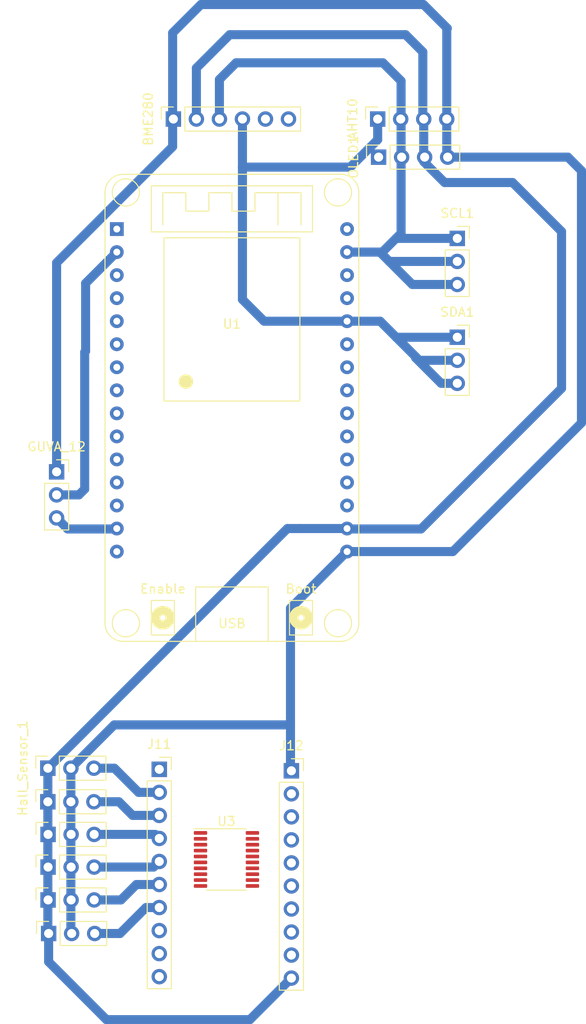
<source format=kicad_pcb>
(kicad_pcb (version 20221018) (generator pcbnew)
  (layers (0 "F.Cu" signal) (31 "B.Cu" signal) (34 "B.Paste" user) (35 "F.Paste" user) (36 "B.SilkS" user "B.Silkscreen") (37 "F.SilkS" user "F.Silkscreen") (38 "B.Mask" user) (39 "F.Mask" user) (44 "Edge.Cuts" user))
  (net 0 "")
  (net 24 "Net-(J11-Pin_8)")
  (net 25 "Net-(J11-Pin_9)")
  (net 26 "Net-(J11-Pin_10)")
  (net 27 "Net-(J12-Pin_2)")
  (net 28 "Net-(J12-Pin_3)")
  (net 29 "Net-(J12-Pin_4)")
  (net 30 "Net-(J12-Pin_5)")
  (net 31 "Net-(J12-Pin_6)")
  (net 32 "Net-(J12-Pin_7)")
  (net 33 "Net-(J12-Pin_8)")
  (net 34 "Net-(J12-Pin_9)")
  (net 37 "+3.3V")
  (net 38 "GNDREF")
  (net 39 "Net-(AHT10-Pin_2)")
  (net 40 "Net-(AHT10-Pin_1)")
  (net 41 "Net-(GUVA_12-Pin_2)")
  (net 42 "Net-(Hall_Sensor_1-Pin_3)")
  (net 43 "Net-(Hall_Sensor_2-Pin_3)")
  (net 44 "Net-(Hall_Sensor_3-Pin_3)")
  (net 45 "Net-(Hall_Sensor_4-Pin_3)")
  (net 46 "Net-(Hall_Sensor_5-Pin_3)")
  (net 47 "Net-(Hall_Sensor_6-Pin_3)")
  (net 48 "+5V")
  (footprint "Connector_PinSocket_2.54mm:PinSocket_1x03_P2.54mm_Vertical" (layer "F.Cu") (at 83.86 154.775 90)
    (fp_text reference "Hall_Sensor_4" hide)
    (fp_text value "Conn_01x03_Pin" hide)
    (fp_line (start -1.33 1.27) (end -1.33 6.41) (stroke (width 0.12)) (layer "F.SilkS"))
    (fp_line (start -1.33 1.27) (end 1.33 1.27) (stroke (width 0.12)) (layer "F.SilkS"))
    (fp_line (start -1.33 6.41) (end 1.33 6.41) (stroke (width 0.12)) (layer "F.SilkS"))
    (fp_line (start 0 -1.33) (end 1.33 -1.33) (stroke (width 0.12)) (layer "F.SilkS"))
    (fp_line (start 1.33 -1.33) (end 1.33 0) (stroke (width 0.12)) (layer "F.SilkS"))
    (fp_line (start 1.33 1.27) (end 1.33 6.41) (stroke (width 0.12)) (layer "F.SilkS"))
    (pad "1" thru_hole rect (at 0 0 90) (size 1.7 1.7) (drill 1) (layers "*.Cu" "*.Mask") (net 38 "GNDREF"))
    (pad "2" thru_hole oval (at 0 2.54 90) (size 1.7 1.7) (drill 1) (layers "*.Cu" "*.Mask") (net 37 "+3.3V"))
    (pad "3" thru_hole oval (at 0 5.08 90) (size 1.7 1.7) (drill 1) (layers "*.Cu" "*.Mask") (net 45 "Net-(Hall_Sensor_4-Pin_3)"))
  )
  (footprint "Connector_PinSocket_2.54mm:PinSocket_1x03_P2.54mm_Vertical" (layer "F.Cu") (at 83.86 151.175 90)
    (fp_text reference "Hall_Sensor_3" hide)
    (fp_text value "Conn_01x03_Pin" hide)
    (fp_line (start -1.33 1.27) (end -1.33 6.41) (stroke (width 0.12)) (layer "F.SilkS"))
    (fp_line (start -1.33 1.27) (end 1.33 1.27) (stroke (width 0.12)) (layer "F.SilkS"))
    (fp_line (start -1.33 6.41) (end 1.33 6.41) (stroke (width 0.12)) (layer "F.SilkS"))
    (fp_line (start 0 -1.33) (end 1.33 -1.33) (stroke (width 0.12)) (layer "F.SilkS"))
    (fp_line (start 1.33 -1.33) (end 1.33 0) (stroke (width 0.12)) (layer "F.SilkS"))
    (fp_line (start 1.33 1.27) (end 1.33 6.41) (stroke (width 0.12)) (layer "F.SilkS"))
    (pad "1" thru_hole rect (at 0 0 90) (size 1.7 1.7) (drill 1) (layers "*.Cu" "*.Mask") (net 38 "GNDREF"))
    (pad "2" thru_hole oval (at 0 2.54 90) (size 1.7 1.7) (drill 1) (layers "*.Cu" "*.Mask") (net 37 "+3.3V"))
    (pad "3" thru_hole oval (at 0 5.08 90) (size 1.7 1.7) (drill 1) (layers "*.Cu" "*.Mask") (net 44 "Net-(Hall_Sensor_3-Pin_3)"))
  )
  (footprint "Connector_PinSocket_2.54mm:PinSocket_1x03_P2.54mm_Vertical" (layer "F.Cu") (at 83.835 143.875 90)
    (fp_text reference "Hall_Sensor_1" (at 0 -2.77 90) (layer "F.SilkS"))
    (fp_text value "Conn_01x03_Pin" hide)
    (fp_line (start -1.33 1.27) (end -1.33 6.41) (stroke (width 0.12)) (layer "F.SilkS"))
    (fp_line (start -1.33 1.27) (end 1.33 1.27) (stroke (width 0.12)) (layer "F.SilkS"))
    (fp_line (start -1.33 6.41) (end 1.33 6.41) (stroke (width 0.12)) (layer "F.SilkS"))
    (fp_line (start 0 -1.33) (end 1.33 -1.33) (stroke (width 0.12)) (layer "F.SilkS"))
    (fp_line (start 1.33 -1.33) (end 1.33 0) (stroke (width 0.12)) (layer "F.SilkS"))
    (fp_line (start 1.33 1.27) (end 1.33 6.41) (stroke (width 0.12)) (layer "F.SilkS"))
    (pad "1" thru_hole rect (at 0 0 90) (size 1.7 1.7) (drill 1) (layers "*.Cu" "*.Mask") (net 38 "GNDREF"))
    (pad "2" thru_hole oval (at 0 2.54 90) (size 1.7 1.7) (drill 1) (layers "*.Cu" "*.Mask") (net 37 "+3.3V"))
    (pad "3" thru_hole oval (at 0 5.08 90) (size 1.7 1.7) (drill 1) (layers "*.Cu" "*.Mask") (net 42 "Net-(Hall_Sensor_1-Pin_3)"))
  )
  (footprint "Connector_PinSocket_2.54mm:PinSocket_1x06_P2.54mm_Vertical" (layer "F.Cu") (at 97.68 72.3 90)
    (fp_text reference "BME280" (at 0 -2.77 90) (layer "F.SilkS"))
    (fp_text value "Conn_01x06_Pin")
    (fp_line (start -1.33 1.27) (end -1.33 14.03) (stroke (width 0.12)) (layer "F.SilkS"))
    (fp_line (start -1.33 1.27) (end 1.33 1.27) (stroke (width 0.12)) (layer "F.SilkS"))
    (fp_line (start -1.33 14.03) (end 1.33 14.03) (stroke (width 0.12)) (layer "F.SilkS"))
    (fp_line (start 0 -1.33) (end 1.33 -1.33) (stroke (width 0.12)) (layer "F.SilkS"))
    (fp_line (start 1.33 -1.33) (end 1.33 0) (stroke (width 0.12)) (layer "F.SilkS"))
    (fp_line (start 1.33 1.27) (end 1.33 14.03) (stroke (width 0.12)) (layer "F.SilkS"))
    (pad "1" thru_hole rect (at 0 0 90) (size 1.7 1.7) (drill 1) (layers "*.Cu" "*.Mask") (net 37 "+3.3V"))
    (pad "2" thru_hole oval (at 0 2.54 90) (size 1.7 1.7) (drill 1) (layers "*.Cu" "*.Mask") (net 38 "GNDREF"))
    (pad "3" thru_hole oval (at 0 5.08 90) (size 1.7 1.7) (drill 1) (layers "*.Cu" "*.Mask") (net 39 "Net-(AHT10-Pin_2)"))
    (pad "4" thru_hole oval (at 0 7.62 90) (size 1.7 1.7) (drill 1) (layers "*.Cu" "*.Mask") (net 40 "Net-(AHT10-Pin_1)"))
    (pad "5" thru_hole oval (at 0 10.16 90) (size 1.7 1.7) (drill 1) (layers "*.Cu" "*.Mask"))
    (pad "6" thru_hole oval (at 0 12.7 90) (size 1.7 1.7) (drill 1) (layers "*.Cu" "*.Mask"))
  )
  (footprint "Connector_PinSocket_2.54mm:PinSocket_1x03_P2.54mm_Vertical" (layer "F.Cu") (at 83.92 162.1 90)
    (fp_text reference "Hall_Sensor_6" hide)
    (fp_text value "Conn_01x03_Pin" hide)
    (fp_line (start -1.33 1.27) (end -1.33 6.41) (stroke (width 0.12)) (layer "F.SilkS"))
    (fp_line (start -1.33 1.27) (end 1.33 1.27) (stroke (width 0.12)) (layer "F.SilkS"))
    (fp_line (start -1.33 6.41) (end 1.33 6.41) (stroke (width 0.12)) (layer "F.SilkS"))
    (fp_line (start 0 -1.33) (end 1.33 -1.33) (stroke (width 0.12)) (layer "F.SilkS"))
    (fp_line (start 1.33 -1.33) (end 1.33 0) (stroke (width 0.12)) (layer "F.SilkS"))
    (fp_line (start 1.33 1.27) (end 1.33 6.41) (stroke (width 0.12)) (layer "F.SilkS"))
    (pad "1" thru_hole rect (at 0 0 90) (size 1.7 1.7) (drill 1) (layers "*.Cu" "*.Mask") (net 38 "GNDREF"))
    (pad "2" thru_hole oval (at 0 2.54 90) (size 1.7 1.7) (drill 1) (layers "*.Cu" "*.Mask") (net 37 "+3.3V"))
    (pad "3" thru_hole oval (at 0 5.08 90) (size 1.7 1.7) (drill 1) (layers "*.Cu" "*.Mask") (net 47 "Net-(Hall_Sensor_6-Pin_3)"))
  )
  (footprint "esp32_devkit_v1_doit:esp32_devkit_v1_doit" (layer "F.Cu") (at 104.14 84.43)
    (fp_text reference "U1" (at 0 10.47) (layer "F.SilkS"))
    (fp_text value "ESP32_DevKit_V1_DOIT")
    (fp_text user "Boot" (at 7.62 39.68) (layer "F.SilkS"))
    (fp_text user "USB" (at 0 43.49) (layer "F.SilkS"))
    (fp_text user "Enable" (at -7.62 39.68) (layer "F.SilkS"))
    (fp_line (start -14 -4.04) (end -14 43.46) (stroke (width 0.12)) (layer "F.SilkS"))
    (fp_line (start -12 -6.04) (end 12 -6.04) (stroke (width 0.12)) (layer "F.SilkS"))
    (fp_line (start -12 45.46) (end 12 45.46) (stroke (width 0.12)) (layer "F.SilkS"))
    (fp_line (start -8.89 -4.77) (end 8.89 -4.77) (stroke (width 0.12)) (layer "F.SilkS"))
    (fp_line (start -8.89 0.31) (end -8.89 -4.77) (stroke (width 0.12)) (layer "F.SilkS"))
    (fp_line (start -8.89 40.95) (end -6.35 40.95) (stroke (width 0.12)) (layer "F.SilkS"))
    (fp_line (start -8.89 44.76) (end -8.89 40.95) (stroke (width 0.12)) (layer "F.SilkS"))
    (fp_line (start -7.62 -4.008) (end -5.08 -4.008) (stroke (width 0.12)) (layer "F.SilkS"))
    (fp_line (start -7.62 -0.452) (end -7.62 -4.008) (stroke (width 0.12)) (layer "F.SilkS"))
    (fp_line (start -7.5 0.96) (end 7.5 0.96) (stroke (width 0.12)) (layer "F.SilkS"))
    (fp_line (start -7.5 18.96) (end -7.5 0.96) (stroke (width 0.12)) (layer "F.SilkS"))
    (fp_line (start -6.35 40.95) (end -6.35 44.76) (stroke (width 0.12)) (layer "F.SilkS"))
    (fp_line (start -6.35 44.76) (end -8.89 44.76) (stroke (width 0.12)) (layer "F.SilkS"))
    (fp_line (start -5.08 -4.008) (end -5.08 -1.976) (stroke (width 0.12)) (layer "F.SilkS"))
    (fp_line (start -5.08 -1.976) (end -2.54 -1.976) (stroke (width 0.12)) (layer "F.SilkS"))
    (fp_line (start -4 39.46) (end -4 45.46) (stroke (width 0.12)) (layer "F.SilkS"))
    (fp_line (start -4 39.46) (end 4 39.46) (stroke (width 0.12)) (layer "F.SilkS"))
    (fp_line (start -2.54 -4.008) (end 0 -4.008) (stroke (width 0.12)) (layer "F.SilkS"))
    (fp_line (start -2.54 -1.976) (end -2.54 -4.008) (stroke (width 0.12)) (layer "F.SilkS"))
    (fp_line (start 0 -4.008) (end 0 -1.976) (stroke (width 0.12)) (layer "F.SilkS"))
    (fp_line (start 0 -1.976) (end 2.54 -1.976) (stroke (width 0.12)) (layer "F.SilkS"))
    (fp_line (start 2.54 -4.008) (end 7.62 -4.008) (stroke (width 0.12)) (layer "F.SilkS"))
    (fp_line (start 2.54 -1.976) (end 2.54 -4.008) (stroke (width 0.12)) (layer "F.SilkS"))
    (fp_line (start 4 39.46) (end 4 45.46) (stroke (width 0.12)) (layer "F.SilkS"))
    (fp_line (start 5.08 -4.008) (end 5.08 -0.452) (stroke (width 0.12)) (layer "F.SilkS"))
    (fp_line (start 6.35 40.95) (end 8.89 40.95) (stroke (width 0.12)) (layer "F.SilkS"))
    (fp_line (start 6.35 44.76) (end 6.35 40.95) (stroke (width 0.12)) (layer "F.SilkS"))
    (fp_line (start 7.5 0.96) (end 7.5 18.96) (stroke (width 0.12)) (layer "F.SilkS"))
    (fp_line (start 7.5 18.96) (end -7.5 18.96) (stroke (width 0.12)) (layer "F.SilkS"))
    (fp_line (start 7.62 -4.008) (end 7.62 -0.452) (stroke (width 0.12)) (layer "F.SilkS"))
    (fp_line (start 8.89 -4.77) (end 8.89 0.31) (stroke (width 0.12)) (layer "F.SilkS"))
    (fp_line (start 8.89 0.31) (end -8.89 0.31) (stroke (width 0.12)) (layer "F.SilkS"))
    (fp_line (start 8.89 40.95) (end 8.89 44.76) (stroke (width 0.12)) (layer "F.SilkS"))
    (fp_line (start 8.89 44.76) (end 6.35 44.76) (stroke (width 0.12)) (layer "F.SilkS"))
    (fp_line (start 14 43.46) (end 14 -4.04) (stroke (width 0.12)) (layer "F.SilkS"))
    (fp_arc (start -14 -4.04) (mid -13.414214 -5.454214) (end -12 -6.04) (stroke (width 0.12)) (layer "F.SilkS"))
    (fp_arc (start -12 45.46) (mid -13.414214 44.874214) (end -14 43.46) (stroke (width 0.12)) (layer "F.SilkS"))
    (fp_arc (start 12 -6.04) (mid 13.414214 -5.454214) (end 14 -4.04) (stroke (width 0.12)) (layer "F.SilkS"))
    (fp_arc (start 14 43.46) (mid 13.414214 44.874214) (end 12 45.46) (stroke (width 0.12)) (layer "F.SilkS"))
    (fp_circle (center -11.7 -4.04) (end -10.2 -4.04) (stroke (width 0.12)) (fill none) (layer "F.SilkS"))
    (fp_circle (center -11.7 43.46) (end -10.2 43.46) (stroke (width 0.12)) (fill none) (layer "F.SilkS"))
    (fp_circle (center -7.62 42.855) (end -7.32 42.855) (stroke (width 1)) (fill none) (layer "F.SilkS"))
    (fp_circle (center -5.08 16.82) (end -4.68 16.82) (stroke (width 0.8)) (fill none) (layer "F.SilkS"))
    (fp_circle (center 7.62 42.855) (end 7.92 42.855) (stroke (width 1)) (fill none) (layer "F.SilkS"))
    (fp_circle (center 11.7 -4.04) (end 13.2 -4.04) (stroke (width 0.12)) (fill none) (layer "F.SilkS"))
    (fp_circle (center 11.7 43.46) (end 13.2 43.46) (stroke (width 0.12)) (fill none) (layer "F.SilkS"))
    (pad "1" thru_hole rect (at -12.7 0) (size 1.524 1.524) (drill 0.762) (layers "*.Cu" "*.Mask"))
    (pad "2" thru_hole circle (at -12.7 2.54) (size 1.524 1.524) (drill 0.762) (layers "*.Cu" "*.Mask") (net 41 "Net-(GUVA_12-Pin_2)"))
    (pad "3" thru_hole circle (at -12.7 5.08) (size 1.524 1.524) (drill 0.762) (layers "*.Cu" "*.Mask"))
    (pad "4" thru_hole circle (at -12.7 7.62) (size 1.524 1.524) (drill 0.762) (layers "*.Cu" "*.Mask"))
    (pad "5" thru_hole circle (at -12.7 10.16) (size 1.524 1.524) (drill 0.762) (layers "*.Cu" "*.Mask"))
    (pad "6" thru_hole circle (at -12.7 12.7) (size 1.524 1.524) (drill 0.762) (layers "*.Cu" "*.Mask"))
    (pad "7" thru_hole circle (at -12.7 15.24) (size 1.524 1.524) (drill 0.762) (layers "*.Cu" "*.Mask"))
    (pad "8" thru_hole circle (at -12.7 17.78) (size 1.524 1.524) (drill 0.762) (layers "*.Cu" "*.Mask"))
    (pad "9" thru_hole circle (at -12.7 20.32) (size 1.524 1.524) (drill 0.762) (layers "*.Cu" "*.Mask"))
    (pad "10" thru_hole circle (at -12.7 22.86) (size 1.524 1.524) (drill 0.762) (layers "*.Cu" "*.Mask"))
    (pad "11" thru_hole circle (at -12.7 25.4) (size 1.524 1.524) (drill 0.762) (layers "*.Cu" "*.Mask"))
    (pad "12" thru_hole circle (at -12.7 27.94) (size 1.524 1.524) (drill 0.762) (layers "*.Cu" "*.Mask"))
    (pad "13" thru_hole circle (at -12.7 30.48) (size 1.524 1.524) (drill 0.762) (layers "*.Cu" "*.Mask"))
    (pad "14" thru_hole circle (at -12.7 33.02) (size 1.524 1.524) (drill 0.762) (layers "*.Cu" "*.Mask") (net 38 "GNDREF"))
    (pad "15" thru_hole circle (at -12.7 35.56) (size 1.524 1.524) (drill 0.762) (layers "*.Cu" "*.Mask") (net 48 "+5V"))
    (pad "16" thru_hole circle (at 12.7 35.56) (size 1.524 1.524) (drill 0.762) (layers "*.Cu" "*.Mask") (net 37 "+3.3V"))
    (pad "17" thru_hole circle (at 12.7 33.02) (size 1.524 1.524) (drill 0.762) (layers "*.Cu" "*.Mask") (net 38 "GNDREF"))
    (pad "18" thru_hole circle (at 12.7 30.48) (size 1.524 1.524) (drill 0.762) (layers "*.Cu" "*.Mask"))
    (pad "19" thru_hole circle (at 12.7 27.94) (size 1.524 1.524) (drill 0.762) (layers "*.Cu" "*.Mask"))
    (pad "20" thru_hole circle (at 12.7 25.4) (size 1.524 1.524) (drill 0.762) (layers "*.Cu" "*.Mask"))
    (pad "21" thru_hole circle (at 12.7 22.86) (size 1.524 1.524) (drill 0.762) (layers "*.Cu" "*.Mask"))
    (pad "22" thru_hole circle (at 12.7 20.32) (size 1.524 1.524) (drill 0.762) (layers "*.Cu" "*.Mask"))
    (pad "23" thru_hole circle (at 12.7 17.78) (size 1.524 1.524) (drill 0.762) (layers "*.Cu" "*.Mask"))
    (pad "24" thru_hole circle (at 12.7 15.24) (size 1.524 1.524) (drill 0.762) (layers "*.Cu" "*.Mask"))
    (pad "25" thru_hole circle (at 12.7 12.7) (size 1.524 1.524) (drill 0.762) (layers "*.Cu" "*.Mask"))
    (pad "26" thru_hole circle (at 12.7 10.16) (size 1.524 1.524) (drill 0.762) (layers "*.Cu" "*.Mask") (net 40 "Net-(AHT10-Pin_1)"))
    (pad "27" thru_hole circle (at 12.7 7.62) (size 1.524 1.524) (drill 0.762) (layers "*.Cu" "*.Mask"))
    (pad "28" thru_hole circle (at 12.7 5.08) (size 1.524 1.524) (drill 0.762) (layers "*.Cu" "*.Mask"))
    (pad "29" thru_hole circle (at 12.7 2.54) (size 1.524 1.524) (drill 0.762) (layers "*.Cu" "*.Mask") (net 39 "Net-(AHT10-Pin_2)"))
    (pad "30" thru_hole circle (at 12.7 0) (size 1.524 1.524) (drill 0.762) (layers "*.Cu" "*.Mask"))
  )
  (footprint "Connector_PinSocket_2.54mm:PinSocket_1x10_P2.54mm_Vertical" (layer "F.Cu") (at 110.7 144.16)
    (fp_text reference "J12" (at 0 -2.77) (layer "F.SilkS"))
    (fp_text value "Conn_01x10_Pin")
    (fp_line (start -1.33 1.27) (end -1.33 24.19) (stroke (width 0.12)) (layer "F.SilkS"))
    (fp_line (start -1.33 1.27) (end 1.33 1.27) (stroke (width 0.12)) (layer "F.SilkS"))
    (fp_line (start -1.33 24.19) (end 1.33 24.19) (stroke (width 0.12)) (layer "F.SilkS"))
    (fp_line (start 0 -1.33) (end 1.33 -1.33) (stroke (width 0.12)) (layer "F.SilkS"))
    (fp_line (start 1.33 -1.33) (end 1.33 0) (stroke (width 0.12)) (layer "F.SilkS"))
    (fp_line (start 1.33 1.27) (end 1.33 24.19) (stroke (width 0.12)) (layer "F.SilkS"))
    (pad "1" thru_hole rect (at 0 0) (size 1.7 1.7) (drill 1) (layers "*.Cu" "*.Mask") (net 37 "+3.3V"))
    (pad "2" thru_hole oval (at 0 2.54) (size 1.7 1.7) (drill 1) (layers "*.Cu" "*.Mask") (net 27 "Net-(J12-Pin_2)"))
    (pad "3" thru_hole oval (at 0 5.08) (size 1.7 1.7) (drill 1) (layers "*.Cu" "*.Mask") (net 28 "Net-(J12-Pin_3)"))
    (pad "4" thru_hole oval (at 0 7.62) (size 1.7 1.7) (drill 1) (layers "*.Cu" "*.Mask") (net 29 "Net-(J12-Pin_4)"))
    (pad "5" thru_hole oval (at 0 10.16) (size 1.7 1.7) (drill 1) (layers "*.Cu" "*.Mask") (net 30 "Net-(J12-Pin_5)"))
    (pad "6" thru_hole oval (at 0 12.7) (size 1.7 1.7) (drill 1) (layers "*.Cu" "*.Mask") (net 31 "Net-(J12-Pin_6)"))
    (pad "7" thru_hole oval (at 0 15.24) (size 1.7 1.7) (drill 1) (layers "*.Cu" "*.Mask") (net 32 "Net-(J12-Pin_7)"))
    (pad "8" thru_hole oval (at 0 17.78) (size 1.7 1.7) (drill 1) (layers "*.Cu" "*.Mask") (net 33 "Net-(J12-Pin_8)"))
    (pad "9" thru_hole oval (at 0 20.32) (size 1.7 1.7) (drill 1) (layers "*.Cu" "*.Mask") (net 34 "Net-(J12-Pin_9)"))
    (pad "10" thru_hole oval (at 0 22.86) (size 1.7 1.7) (drill 1) (layers "*.Cu" "*.Mask") (net 38 "GNDREF"))
  )
  (footprint "Connector_PinSocket_2.54mm:PinSocket_1x03_P2.54mm_Vertical" (layer "F.Cu") (at 83.835 147.575 90)
    (fp_text reference "Hall_Sensor_2" hide)
    (fp_text value "Conn_01x03_Pin" hide)
    (fp_line (start -1.33 1.27) (end -1.33 6.41) (stroke (width 0.12)) (layer "F.SilkS"))
    (fp_line (start -1.33 1.27) (end 1.33 1.27) (stroke (width 0.12)) (layer "F.SilkS"))
    (fp_line (start -1.33 6.41) (end 1.33 6.41) (stroke (width 0.12)) (layer "F.SilkS"))
    (fp_line (start 0 -1.33) (end 1.33 -1.33) (stroke (width 0.12)) (layer "F.SilkS"))
    (fp_line (start 1.33 -1.33) (end 1.33 0) (stroke (width 0.12)) (layer "F.SilkS"))
    (fp_line (start 1.33 1.27) (end 1.33 6.41) (stroke (width 0.12)) (layer "F.SilkS"))
    (pad "1" thru_hole rect (at 0 0 90) (size 1.7 1.7) (drill 1) (layers "*.Cu" "*.Mask") (net 38 "GNDREF"))
    (pad "2" thru_hole oval (at 0 2.54 90) (size 1.7 1.7) (drill 1) (layers "*.Cu" "*.Mask") (net 37 "+3.3V"))
    (pad "3" thru_hole oval (at 0 5.08 90) (size 1.7 1.7) (drill 1) (layers "*.Cu" "*.Mask") (net 43 "Net-(Hall_Sensor_2-Pin_3)"))
  )
  (footprint "Connector_PinSocket_2.54mm:PinSocket_1x10_P2.54mm_Vertical" (layer "F.Cu") (at 96.125 144)
    (fp_text reference "J11" (at 0 -2.77) (layer "F.SilkS"))
    (fp_text value "Conn_01x10_Pin")
    (fp_line (start -1.33 1.27) (end -1.33 24.19) (stroke (width 0.12)) (layer "F.SilkS"))
    (fp_line (start -1.33 1.27) (end 1.33 1.27) (stroke (width 0.12)) (layer "F.SilkS"))
    (fp_line (start -1.33 24.19) (end 1.33 24.19) (stroke (width 0.12)) (layer "F.SilkS"))
    (fp_line (start 0 -1.33) (end 1.33 -1.33) (stroke (width 0.12)) (layer "F.SilkS"))
    (fp_line (start 1.33 -1.33) (end 1.33 0) (stroke (width 0.12)) (layer "F.SilkS"))
    (fp_line (start 1.33 1.27) (end 1.33 24.19) (stroke (width 0.12)) (layer "F.SilkS"))
    (pad "1" thru_hole rect (at 0 0) (size 1.7 1.7) (drill 1) (layers "*.Cu" "*.Mask") (net 48 "+5V"))
    (pad "2" thru_hole oval (at 0 2.54) (size 1.7 1.7) (drill 1) (layers "*.Cu" "*.Mask") (net 42 "Net-(Hall_Sensor_1-Pin_3)"))
    (pad "3" thru_hole oval (at 0 5.08) (size 1.7 1.7) (drill 1) (layers "*.Cu" "*.Mask") (net 43 "Net-(Hall_Sensor_2-Pin_3)"))
    (pad "4" thru_hole oval (at 0 7.62) (size 1.7 1.7) (drill 1) (layers "*.Cu" "*.Mask") (net 44 "Net-(Hall_Sensor_3-Pin_3)"))
    (pad "5" thru_hole oval (at 0 10.16) (size 1.7 1.7) (drill 1) (layers "*.Cu" "*.Mask") (net 45 "Net-(Hall_Sensor_4-Pin_3)"))
    (pad "6" thru_hole oval (at 0 12.7) (size 1.7 1.7) (drill 1) (layers "*.Cu" "*.Mask") (net 46 "Net-(Hall_Sensor_5-Pin_3)"))
    (pad "7" thru_hole oval (at 0 15.24) (size 1.7 1.7) (drill 1) (layers "*.Cu" "*.Mask") (net 47 "Net-(Hall_Sensor_6-Pin_3)"))
    (pad "8" thru_hole oval (at 0 17.78) (size 1.7 1.7) (drill 1) (layers "*.Cu" "*.Mask") (net 24 "Net-(J11-Pin_8)"))
    (pad "9" thru_hole oval (at 0 20.32) (size 1.7 1.7) (drill 1) (layers "*.Cu" "*.Mask") (net 25 "Net-(J11-Pin_9)"))
    (pad "10" thru_hole oval (at 0 22.86) (size 1.7 1.7) (drill 1) (layers "*.Cu" "*.Mask") (net 26 "Net-(J11-Pin_10)"))
  )
  (footprint "Connector_PinSocket_2.54mm:PinSocket_1x04_P2.54mm_Vertical" (layer "F.Cu") (at 120.32 76.5 90)
    (fp_text reference "OLED1" (at 0 -2.77 90) (layer "F.SilkS"))
    (fp_text value "Conn_01x04_Pin")
    (fp_line (start -1.33 1.27) (end -1.33 8.95) (stroke (width 0.12)) (layer "F.SilkS"))
    (fp_line (start -1.33 1.27) (end 1.33 1.27) (stroke (width 0.12)) (layer "F.SilkS"))
    (fp_line (start -1.33 8.95) (end 1.33 8.95) (stroke (width 0.12)) (layer "F.SilkS"))
    (fp_line (start 0 -1.33) (end 1.33 -1.33) (stroke (width 0.12)) (layer "F.SilkS"))
    (fp_line (start 1.33 -1.33) (end 1.33 0) (stroke (width 0.12)) (layer "F.SilkS"))
    (fp_line (start 1.33 1.27) (end 1.33 8.95) (stroke (width 0.12)) (layer "F.SilkS"))
    (pad "1" thru_hole rect (at 0 0 90) (size 1.7 1.7) (drill 1) (layers "*.Cu" "*.Mask") (net 40 "Net-(AHT10-Pin_1)"))
    (pad "2" thru_hole oval (at 0 2.54 90) (size 1.7 1.7) (drill 1) (layers "*.Cu" "*.Mask") (net 39 "Net-(AHT10-Pin_2)"))
    (pad "3" thru_hole oval (at 0 5.08 90) (size 1.7 1.7) (drill 1) (layers "*.Cu" "*.Mask") (net 38 "GNDREF"))
    (pad "4" thru_hole oval (at 0 7.62 90) (size 1.7 1.7) (drill 1) (layers "*.Cu" "*.Mask") (net 37 "+3.3V"))
  )
  (footprint "Connector_PinSocket_2.54mm:PinSocket_1x04_P2.54mm_Vertical" (layer "F.Cu") (at 120.22 72.3 90)
    (fp_text reference "AHT10" (at 0 -2.77 90) (layer "F.SilkS"))
    (fp_text value "Conn_01x04_Pin")
    (fp_line (start -1.33 1.27) (end -1.33 8.95) (stroke (width 0.12)) (layer "F.SilkS"))
    (fp_line (start -1.33 1.27) (end 1.33 1.27) (stroke (width 0.12)) (layer "F.SilkS"))
    (fp_line (start -1.33 8.95) (end 1.33 8.95) (stroke (width 0.12)) (layer "F.SilkS"))
    (fp_line (start 0 -1.33) (end 1.33 -1.33) (stroke (width 0.12)) (layer "F.SilkS"))
    (fp_line (start 1.33 -1.33) (end 1.33 0) (stroke (width 0.12)) (layer "F.SilkS"))
    (fp_line (start 1.33 1.27) (end 1.33 8.95) (stroke (width 0.12)) (layer "F.SilkS"))
    (pad "1" thru_hole rect (at 0 0 90) (size 1.7 1.7) (drill 1) (layers "*.Cu" "*.Mask") (net 40 "Net-(AHT10-Pin_1)"))
    (pad "2" thru_hole oval (at 0 2.54 90) (size 1.7 1.7) (drill 1) (layers "*.Cu" "*.Mask") (net 39 "Net-(AHT10-Pin_2)"))
    (pad "3" thru_hole oval (at 0 5.08 90) (size 1.7 1.7) (drill 1) (layers "*.Cu" "*.Mask") (net 38 "GNDREF"))
    (pad "4" thru_hole oval (at 0 7.62 90) (size 1.7 1.7) (drill 1) (layers "*.Cu" "*.Mask") (net 37 "+3.3V"))
  )
  (footprint "Connector_PinSocket_2.54mm:PinSocket_1x03_P2.54mm_Vertical" (layer "F.Cu") (at 129 96.36)
    (fp_text reference "SDA1" (at 0 -2.77) (layer "F.SilkS"))
    (fp_text value "Conn_01x03_Pin" hide)
    (fp_line (start -1.33 1.27) (end -1.33 6.41) (stroke (width 0.12)) (layer "F.SilkS"))
    (fp_line (start -1.33 1.27) (end 1.33 1.27) (stroke (width 0.12)) (layer "F.SilkS"))
    (fp_line (start -1.33 6.41) (end 1.33 6.41) (stroke (width 0.12)) (layer "F.SilkS"))
    (fp_line (start 0 -1.33) (end 1.33 -1.33) (stroke (width 0.12)) (layer "F.SilkS"))
    (fp_line (start 1.33 -1.33) (end 1.33 0) (stroke (width 0.12)) (layer "F.SilkS"))
    (fp_line (start 1.33 1.27) (end 1.33 6.41) (stroke (width 0.12)) (layer "F.SilkS"))
    (pad "1" thru_hole rect (at 0 0) (size 1.7 1.7) (drill 1) (layers "*.Cu" "*.Mask") (net 40 "Net-(AHT10-Pin_1)"))
    (pad "2" thru_hole oval (at 0 2.54) (size 1.7 1.7) (drill 1) (layers "*.Cu" "*.Mask") (net 40 "Net-(AHT10-Pin_1)"))
    (pad "3" thru_hole oval (at 0 5.08) (size 1.7 1.7) (drill 1) (layers "*.Cu" "*.Mask") (net 40 "Net-(AHT10-Pin_1)"))
  )
  (footprint "Package_SO:TSSOP-20_4.4x6.5mm_P0.65mm" (layer "F.Cu") (at 103.5375 153.935)
    (fp_text reference "U3" (at 0 -4.2) (layer "F.SilkS"))
    (fp_text value "TXS0108EPW")
    (fp_line (start 0 -3.385) (end -3.6 -3.385) (stroke (width 0.12)) (layer "F.SilkS"))
    (fp_line (start 0 -3.385) (end 2.2 -3.385) (stroke (width 0.12)) (layer "F.SilkS"))
    (fp_line (start 0 3.385) (end -2.2 3.385) (stroke (width 0.12)) (layer "F.SilkS"))
    (fp_line (start 0 3.385) (end 2.2 3.385) (stroke (width 0.12)) (layer "F.SilkS"))
    (pad "1" smd roundrect (at -2.8625 -2.925) (size 1.475 0.4) (layers "F.Cu" "F.Paste" "F.Mask") (net 42 "Net-(Hall_Sensor_1-Pin_3)"))
    (pad "2" smd roundrect (at -2.8625 -2.275) (size 1.475 0.4) (layers "F.Cu" "F.Paste" "F.Mask") (net 48 "+5V"))
    (pad "3" smd roundrect (at -2.8625 -1.625) (size 1.475 0.4) (layers "F.Cu" "F.Paste" "F.Mask") (net 43 "Net-(Hall_Sensor_2-Pin_3)"))
    (pad "4" smd roundrect (at -2.8625 -0.975) (size 1.475 0.4) (layers "F.Cu" "F.Paste" "F.Mask") (net 44 "Net-(Hall_Sensor_3-Pin_3)"))
    (pad "5" smd roundrect (at -2.8625 -0.325) (size 1.475 0.4) (layers "F.Cu" "F.Paste" "F.Mask") (net 45 "Net-(Hall_Sensor_4-Pin_3)"))
    (pad "6" smd roundrect (at -2.8625 0.325) (size 1.475 0.4) (layers "F.Cu" "F.Paste" "F.Mask") (net 46 "Net-(Hall_Sensor_5-Pin_3)"))
    (pad "7" smd roundrect (at -2.8625 0.975) (size 1.475 0.4) (layers "F.Cu" "F.Paste" "F.Mask") (net 47 "Net-(Hall_Sensor_6-Pin_3)"))
    (pad "8" smd roundrect (at -2.8625 1.625) (size 1.475 0.4) (layers "F.Cu" "F.Paste" "F.Mask") (net 24 "Net-(J11-Pin_8)"))
    (pad "9" smd roundrect (at -2.8625 2.275) (size 1.475 0.4) (layers "F.Cu" "F.Paste" "F.Mask") (net 25 "Net-(J11-Pin_9)"))
    (pad "10" smd roundrect (at -2.8625 2.925) (size 1.475 0.4) (layers "F.Cu" "F.Paste" "F.Mask") (net 26 "Net-(J11-Pin_10)"))
    (pad "11" smd roundrect (at 2.8625 2.925) (size 1.475 0.4) (layers "F.Cu" "F.Paste" "F.Mask") (net 38 "GNDREF"))
    (pad "12" smd roundrect (at 2.8625 2.275) (size 1.475 0.4) (layers "F.Cu" "F.Paste" "F.Mask") (net 34 "Net-(J12-Pin_9)"))
    (pad "13" smd roundrect (at 2.8625 1.625) (size 1.475 0.4) (layers "F.Cu" "F.Paste" "F.Mask") (net 33 "Net-(J12-Pin_8)"))
    (pad "14" smd roundrect (at 2.8625 0.975) (size 1.475 0.4) (layers "F.Cu" "F.Paste" "F.Mask") (net 32 "Net-(J12-Pin_7)"))
    (pad "15" smd roundrect (at 2.8625 0.325) (size 1.475 0.4) (layers "F.Cu" "F.Paste" "F.Mask") (net 31 "Net-(J12-Pin_6)"))
    (pad "16" smd roundrect (at 2.8625 -0.325) (size 1.475 0.4) (layers "F.Cu" "F.Paste" "F.Mask") (net 30 "Net-(J12-Pin_5)"))
    (pad "17" smd roundrect (at 2.8625 -0.975) (size 1.475 0.4) (layers "F.Cu" "F.Paste" "F.Mask") (net 29 "Net-(J12-Pin_4)"))
    (pad "18" smd roundrect (at 2.8625 -1.625) (size 1.475 0.4) (layers "F.Cu" "F.Paste" "F.Mask") (net 28 "Net-(J12-Pin_3)"))
    (pad "19" smd roundrect (at 2.8625 -2.275) (size 1.475 0.4) (layers "F.Cu" "F.Paste" "F.Mask") (net 37 "+3.3V"))
    (pad "20" smd roundrect (at 2.8625 -2.925) (size 1.475 0.4) (layers "F.Cu" "F.Paste" "F.Mask") (net 27 "Net-(J12-Pin_2)"))
  )
  (footprint "Connector_PinSocket_2.54mm:PinSocket_1x03_P2.54mm_Vertical" (layer "F.Cu") (at 83.86 158.4 90)
    (fp_text reference "Hall_Sensor_5" hide)
    (fp_text value "Conn_01x03_Pin" hide)
    (fp_line (start -1.33 1.27) (end -1.33 6.41) (stroke (width 0.12)) (layer "F.SilkS"))
    (fp_line (start -1.33 1.27) (end 1.33 1.27) (stroke (width 0.12)) (layer "F.SilkS"))
    (fp_line (start -1.33 6.41) (end 1.33 6.41) (stroke (width 0.12)) (layer "F.SilkS"))
    (fp_line (start 0 -1.33) (end 1.33 -1.33) (stroke (width 0.12)) (layer "F.SilkS"))
    (fp_line (start 1.33 -1.33) (end 1.33 0) (stroke (width 0.12)) (layer "F.SilkS"))
    (fp_line (start 1.33 1.27) (end 1.33 6.41) (stroke (width 0.12)) (layer "F.SilkS"))
    (pad "1" thru_hole rect (at 0 0 90) (size 1.7 1.7) (drill 1) (layers "*.Cu" "*.Mask") (net 38 "GNDREF"))
    (pad "2" thru_hole oval (at 0 2.54 90) (size 1.7 1.7) (drill 1) (layers "*.Cu" "*.Mask") (net 37 "+3.3V"))
    (pad "3" thru_hole oval (at 0 5.08 90) (size 1.7 1.7) (drill 1) (layers "*.Cu" "*.Mask") (net 46 "Net-(Hall_Sensor_5-Pin_3)"))
  )
  (footprint "Connector_PinSocket_2.54mm:PinSocket_1x03_P2.54mm_Vertical" (layer "F.Cu") (at 129 85.46)
    (fp_text reference "SCL1" (at 0 -2.77) (layer "F.SilkS"))
    (fp_text value "Conn_01x03_Pin" hide)
    (fp_line (start -1.33 1.27) (end -1.33 6.41) (stroke (width 0.12)) (layer "F.SilkS"))
    (fp_line (start -1.33 1.27) (end 1.33 1.27) (stroke (width 0.12)) (layer "F.SilkS"))
    (fp_line (start -1.33 6.41) (end 1.33 6.41) (stroke (width 0.12)) (layer "F.SilkS"))
    (fp_line (start 0 -1.33) (end 1.33 -1.33) (stroke (width 0.12)) (layer "F.SilkS"))
    (fp_line (start 1.33 -1.33) (end 1.33 0) (stroke (width 0.12)) (layer "F.SilkS"))
    (fp_line (start 1.33 1.27) (end 1.33 6.41) (stroke (width 0.12)) (layer "F.SilkS"))
    (pad "1" thru_hole rect (at 0 0) (size 1.7 1.7) (drill 1) (layers "*.Cu" "*.Mask") (net 39 "Net-(AHT10-Pin_2)"))
    (pad "2" thru_hole oval (at 0 2.54) (size 1.7 1.7) (drill 1) (layers "*.Cu" "*.Mask") (net 39 "Net-(AHT10-Pin_2)"))
    (pad "3" thru_hole oval (at 0 5.08) (size 1.7 1.7) (drill 1) (layers "*.Cu" "*.Mask") (net 39 "Net-(AHT10-Pin_2)"))
  )
  (footprint "Connector_PinSocket_2.54mm:PinSocket_1x03_P2.54mm_Vertical" (layer "F.Cu") (at 84.8 111.2)
    (fp_text reference "GUVA_12" (at 0 -2.77) (layer "F.SilkS"))
    (fp_text value "Conn_01x03_Pin")
    (fp_line (start -1.33 1.27) (end -1.33 6.41) (stroke (width 0.12)) (layer "F.SilkS"))
    (fp_line (start -1.33 1.27) (end 1.33 1.27) (stroke (width 0.12)) (layer "F.SilkS"))
    (fp_line (start -1.33 6.41) (end 1.33 6.41) (stroke (width 0.12)) (layer "F.SilkS"))
    (fp_line (start 0 -1.33) (end 1.33 -1.33) (stroke (width 0.12)) (layer "F.SilkS"))
    (fp_line (start 1.33 -1.33) (end 1.33 0) (stroke (width 0.12)) (layer "F.SilkS"))
    (fp_line (start 1.33 1.27) (end 1.33 6.41) (stroke (width 0.12)) (layer "F.SilkS"))
    (pad "1" thru_hole rect (at 0 0) (size 1.7 1.7) (drill 1) (layers "*.Cu" "*.Mask") (net 37 "+3.3V"))
    (pad "2" thru_hole oval (at 0 2.54) (size 1.7 1.7) (drill 1) (layers "*.Cu" "*.Mask") (net 41 "Net-(GUVA_12-Pin_2)"))
    (pad "3" thru_hole oval (at 0 5.08) (size 1.7 1.7) (drill 1) (layers "*.Cu" "*.Mask") (net 38 "GNDREF"))
  )
  (segment (start 142.7 105.8) (end 142.7 78) (width 1) (layer "B.Cu") (net 37))
  (segment (start 110.6 144.06) (end 110.6 139.1) (width 1) (layer "B.Cu") (net 37))
  (segment (start 91.15 139.1) (end 110.6 139.1) (width 1) (layer "B.Cu") (net 37))
  (segment (start 84.8 88.146) (end 97.6 75.346) (width 1) (layer "B.Cu") (net 37))
  (segment (start 128.51 119.99) (end 142.7 105.8) (width 1) (layer "B.Cu") (net 37))
  (segment (start 86.375 143.875) (end 91.15 139.1) (width 1) (layer "B.Cu") (net 37))
  (segment (start 141.2 76.5) (end 127.94 76.5) (width 1) (layer "B.Cu") (net 37))
  (segment (start 97.6 62.8) (end 100.725 59.675) (width 1) (layer "B.Cu") (net 37))
  (segment (start 142.7 78) (end 141.2 76.5) (width 1) (layer "B.Cu") (net 37))
  (segment (start 110.6 126.23) (end 116.84 119.99) (width 1) (layer "B.Cu") (net 37))
  (segment (start 86.375 143.875) (end 86.375 162.015) (width 1) (layer "B.Cu") (net 37))
  (segment (start 110.6 139.1) (end 110.6 126.23) (width 1) (layer "B.Cu") (net 37))
  (segment (start 125.275 59.675) (end 127.9 62.3) (width 1) (layer "B.Cu") (net 37))
  (segment (start 110.7 144.16) (end 110.6 144.06) (width 1) (layer "B.Cu") (net 37))
  (segment (start 127.94 76.5) (end 127.84 76.4) (width 1) (layer "B.Cu") (net 37))
  (segment (start 97.6 75.346) (end 97.6 62.8) (width 1) (layer "B.Cu") (net 37))
  (segment (start 84.8 111.2) (end 84.8 88.146) (width 1) (layer "B.Cu") (net 37))
  (segment (start 86.375 162.015) (end 86.46 162.1) (width 1) (layer "B.Cu") (net 37))
  (segment (start 100.725 59.675) (end 125.275 59.675) (width 1) (layer "B.Cu") (net 37))
  (segment (start 116.84 119.99) (end 128.51 119.99) (width 1) (layer "B.Cu") (net 37))
  (segment (start 127.84 76.4) (end 127.84 72.3) (width 1) (layer "B.Cu") (net 37))
  (segment (start 127.84 62.36) (end 127.9 62.3) (width 1) (layer "B.Cu") (net 37))
  (segment (start 127.84 72.3) (end 127.84 62.36) (width 1) (layer "B.Cu") (net 37))
  (segment (start 103.9 63) (end 123.3 63) (width 1) (layer "B.Cu") (net 38))
  (segment (start 125 117.5) (end 116.89 117.5) (width 1) (layer "B.Cu") (net 38))
  (segment (start 116.89 117.5) (end 116.84 117.45) (width 1) (layer "B.Cu") (net 38))
  (segment (start 100.22 72.3) (end 100.22 66.68) (width 1) (layer "B.Cu") (net 38))
  (segment (start 110.26 117.45) (end 111.6 117.45) (width 1) (layer "B.Cu") (net 38))
  (segment (start 125.2 71.852032) (end 125.3 71.952032) (width 1) (layer "B.Cu") (net 38))
  (segment (start 106.12 171.6) (end 90.3 171.6) (width 1) (layer "B.Cu") (net 38))
  (segment (start 90.3 171.6) (end 83.92 165.22) (width 1) (layer "B.Cu") (net 38))
  (segment (start 140.5 84.7) (end 140.5 102) (width 1) (layer "B.Cu") (net 38))
  (segment (start 125.3 77) (end 127.6 79.3) (width 1) (layer "B.Cu") (net 38))
  (segment (start 111.6 117.45) (end 116.84 117.45) (width 1) (layer "B.Cu") (net 38))
  (segment (start 83.835 143.875) (end 110.26 117.45) (width 1) (layer "B.Cu") (net 38))
  (segment (start 125.3 71.952032) (end 125.3 77) (width 1) (layer "B.Cu") (net 38))
  (segment (start 83.92 165.22) (end 83.92 162.1) (width 1) (layer "B.Cu") (net 38))
  (segment (start 83.835 162.015) (end 83.92 162.1) (width 1) (layer "B.Cu") (net 38))
  (segment (start 110.7 167.02) (end 106.12 171.6) (width 1) (layer "B.Cu") (net 38))
  (segment (start 125.2 64.9) (end 125.2 71.852032) (width 1) (layer "B.Cu") (net 38))
  (segment (start 100.22 66.68) (end 103.9 63) (width 1) (layer "B.Cu") (net 38))
  (segment (start 123.3 63) (end 125.2 64.9) (width 1) (layer "B.Cu") (net 38))
  (segment (start 84.8 116.28) (end 86.02 117.5) (width 1) (layer "B.Cu") (net 38))
  (segment (start 127.6 79.3) (end 135.1 79.3) (width 1) (layer "B.Cu") (net 38))
  (segment (start 83.835 143.875) (end 83.835 162.015) (width 1) (layer "B.Cu") (net 38))
  (segment (start 116.99 117.3) (end 116.84 117.45) (width 0.25) (layer "B.Cu") (net 38))
  (segment (start 137.6 81.8) (end 140.5 84.7) (width 1) (layer "B.Cu") (net 38))
  (segment (start 135.1 79.3) (end 137.6 81.8) (width 1) (layer "B.Cu") (net 38))
  (segment (start 91.39 117.5) (end 91.44 117.45) (width 1) (layer "B.Cu") (net 38))
  (segment (start 86.02 117.5) (end 91.39 117.5) (width 1) (layer "B.Cu") (net 38))
  (segment (start 140.5 102) (end 125 117.5) (width 1) (layer "B.Cu") (net 38))
  (segment (start 102.76 67.94) (end 104.6 66.1) (width 1) (layer "B.Cu") (net 39))
  (segment (start 129 90.54) (end 124.04 90.54) (width 1) (layer "B.Cu") (net 39))
  (segment (start 124.04 90.54) (end 121.5 88) (width 1) (layer "B.Cu") (net 39))
  (segment (start 121.5 88) (end 120.6 87.1) (width 1) (layer "B.Cu") (net 39))
  (segment (start 129 85.46) (end 122.24 85.46) (width 1) (layer "B.Cu") (net 39))
  (segment (start 122.8 68.1) (end 122.8 84.9) (width 1) (layer "B.Cu") (net 39))
  (segment (start 122.8 84.9) (end 122.24 85.46) (width 1) (layer "B.Cu") (net 39))
  (segment (start 120.8 66.1) (end 122.8 68.1) (width 1) (layer "B.Cu") (net 39))
  (segment (start 120.6 87.1) (end 120.47 86.97) (width 1) (layer "B.Cu") (net 39))
  (segment (start 129 88) (end 121.5 88) (width 1) (layer "B.Cu") (net 39))
  (segment (start 122.24 85.46) (end 120.6 87.1) (width 1) (layer "B.Cu") (net 39))
  (segment (start 120.47 86.97) (end 116.84 86.97) (width 1) (layer "B.Cu") (net 39))
  (segment (start 104.6 66.1) (end 120.8 66.1) (width 1) (layer "B.Cu") (net 39))
  (segment (start 102.76 72.3) (end 102.76 67.94) (width 1) (layer "B.Cu") (net 39))
  (segment (start 122.3 96.4) (end 120.49 94.59) (width 1) (layer "B.Cu") (net 40))
  (segment (start 126.4 98.9) (end 124.8 98.9) (width 1) (layer "B.Cu") (net 40))
  (segment (start 120.49 94.59) (end 116.84 94.59) (width 1) (layer "B.Cu") (net 40))
  (segment (start 116.84 94.59) (end 107.69 94.59) (width 1) (layer "B.Cu") (net 40))
  (segment (start 128.34 101.44) (end 129 101.44) (width 0.25) (layer "B.Cu") (net 40))
  (segment (start 124.4 98.62) (end 127.22 101.44) (width 1) (layer "B.Cu") (net 40))
  (segment (start 105.3 92.2) (end 105.3 77.6) (width 1) (layer "B.Cu") (net 40))
  (segment (start 127.22 101.44) (end 129 101.44) (width 1) (layer "B.Cu") (net 40))
  (segment (start 122.26 96.36) (end 129 96.36) (width 1) (layer "B.Cu") (net 40))
  (segment (start 124.8 98.9) (end 122.3 96.4) (width 1) (layer "B.Cu") (net 40))
  (segment (start 124.4 98.5) (end 124.4 98.62) (width 1) (layer "B.Cu") (net 40))
  (segment (start 120.22 72.3) (end 120.22 74.58) (width 1) (layer "B.Cu") (net 40))
  (segment (start 120.22 74.58) (end 117.2 77.6) (width 1) (layer "B.Cu") (net 40))
  (segment (start 117.2 77.6) (end 105.3 77.6) (width 1) (layer "B.Cu") (net 40))
  (segment (start 107.69 94.59) (end 105.3 92.2) (width 1) (layer "B.Cu") (net 40))
  (segment (start 105.3 77.6) (end 105.3 72.3) (width 1) (layer "B.Cu") (net 40))
  (segment (start 129 98.9) (end 126.4 98.9) (width 1) (layer "B.Cu") (net 40))
  (segment (start 122.3 96.4) (end 122.26 96.36) (width 1) (layer "B.Cu") (net 40))
  (segment (start 84.8 113.74) (end 87.26 113.74) (width 1) (layer "B.Cu") (net 41))
  (segment (start 88 97.9) (end 88 90.41) (width 1) (layer "B.Cu") (net 41))
  (segment (start 87.9 113.1) (end 87.9 98) (width 1) (layer "B.Cu") (net 41))
  (segment (start 88 90.41) (end 91.44 86.97) (width 1) (layer "B.Cu") (net 41))
  (segment (start 87.26 113.74) (end 87.9 113.1) (width 1) (layer "B.Cu") (net 41))
  (segment (start 87.9 98) (end 88 97.9) (width 1) (layer "B.Cu") (net 41))
  (segment (start 93.84 146.54) (end 96.125 146.54) (width 1) (layer "B.Cu") (net 42))
  (segment (start 91.175 143.875) (end 93.84 146.54) (width 1) (layer "B.Cu") (net 42))
  (segment (start 88.915 143.875) (end 91.175 143.875) (width 1) (layer "B.Cu") (net 42))
  (segment (start 91.675 147.575) (end 93.18 149.08) (width 1) (layer "B.Cu") (net 43))
  (segment (start 93.18 149.08) (end 96.125 149.08) (width 1) (layer "B.Cu") (net 43))
  (segment (start 88.915 147.575) (end 91.675 147.575) (width 1) (layer "B.Cu") (net 43))
  (segment (start 95.68 151.175) (end 96.125 151.62) (width 1) (layer "B.Cu") (net 44))
  (segment (start 88.94 151.175) (end 95.68 151.175) (width 1) (layer "B.Cu") (net 44))
  (segment (start 88.94 154.775) (end 95.51 154.775) (width 1) (layer "B.Cu") (net 45))
  (segment (start 95.51 154.775) (end 96.125 154.16) (width 1) (layer "B.Cu") (net 45))
  (segment (start 93.6 156.7) (end 96.125 156.7) (width 1) (layer "B.Cu") (net 46))
  (segment (start 91.9 158.4) (end 93.6 156.7) (width 1) (layer "B.Cu") (net 46))
  (segment (start 88.94 158.4) (end 91.9 158.4) (width 1) (layer "B.Cu") (net 46))
  (segment (start 89 162.1) (end 91.8 162.1) (width 1) (layer "B.Cu") (net 47))
  (segment (start 91.8 162.1) (end 94.66 159.24) (width 1) (layer "B.Cu") (net 47))
  (segment (start 94.66 159.24) (end 96.125 159.24) (width 1) (layer "B.Cu") (net 47))
)
</source>
